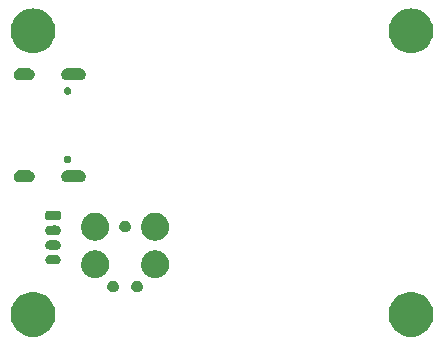
<source format=gbr>
%TF.GenerationSoftware,KiCad,Pcbnew,8.0.1*%
%TF.CreationDate,2024-04-24T20:58:42-04:00*%
%TF.ProjectId,Bluephil,426c7565-7068-4696-9c2e-6b696361645f,rev?*%
%TF.SameCoordinates,PX95ba140PY6dac2c0*%
%TF.FileFunction,Soldermask,Bot*%
%TF.FilePolarity,Negative*%
%FSLAX46Y46*%
G04 Gerber Fmt 4.6, Leading zero omitted, Abs format (unit mm)*
G04 Created by KiCad (PCBNEW 8.0.1) date 2024-04-24 20:58:42*
%MOMM*%
%LPD*%
G01*
G04 APERTURE LIST*
G04 APERTURE END LIST*
G36*
X3270398Y4880661D02*
G01*
X3535292Y4823037D01*
X3789289Y4728301D01*
X4027218Y4598382D01*
X4244235Y4435924D01*
X4435924Y4244235D01*
X4598382Y4027218D01*
X4728301Y3789289D01*
X4823037Y3535292D01*
X4880661Y3270398D01*
X4900000Y3000000D01*
X4880661Y2729602D01*
X4823037Y2464708D01*
X4728301Y2210711D01*
X4598382Y1972782D01*
X4435924Y1755765D01*
X4244235Y1564076D01*
X4027218Y1401618D01*
X3789289Y1271699D01*
X3535292Y1176963D01*
X3270398Y1119339D01*
X3000000Y1100000D01*
X2729602Y1119339D01*
X2464708Y1176963D01*
X2210711Y1271699D01*
X1972782Y1401618D01*
X1755765Y1564076D01*
X1564076Y1755765D01*
X1401618Y1972782D01*
X1271699Y2210711D01*
X1176963Y2464708D01*
X1119339Y2729602D01*
X1100000Y3000000D01*
X1119339Y3270398D01*
X1176963Y3535292D01*
X1271699Y3789289D01*
X1401618Y4027218D01*
X1564076Y4244235D01*
X1755765Y4435924D01*
X1972782Y4598382D01*
X2210711Y4728301D01*
X2464708Y4823037D01*
X2729602Y4880661D01*
X3000000Y4900000D01*
X3270398Y4880661D01*
G37*
G36*
X35270398Y4880661D02*
G01*
X35535292Y4823037D01*
X35789289Y4728301D01*
X36027218Y4598382D01*
X36244235Y4435924D01*
X36435924Y4244235D01*
X36598382Y4027218D01*
X36728301Y3789289D01*
X36823037Y3535292D01*
X36880661Y3270398D01*
X36900000Y3000000D01*
X36880661Y2729602D01*
X36823037Y2464708D01*
X36728301Y2210711D01*
X36598382Y1972782D01*
X36435924Y1755765D01*
X36244235Y1564076D01*
X36027218Y1401618D01*
X35789289Y1271699D01*
X35535292Y1176963D01*
X35270398Y1119339D01*
X35000000Y1100000D01*
X34729602Y1119339D01*
X34464708Y1176963D01*
X34210711Y1271699D01*
X33972782Y1401618D01*
X33755765Y1564076D01*
X33564076Y1755765D01*
X33401618Y1972782D01*
X33271699Y2210711D01*
X33176963Y2464708D01*
X33119339Y2729602D01*
X33100000Y3000000D01*
X33119339Y3270398D01*
X33176963Y3535292D01*
X33271699Y3789289D01*
X33401618Y4027218D01*
X33564076Y4244235D01*
X33755765Y4435924D01*
X33972782Y4598382D01*
X34210711Y4728301D01*
X34464708Y4823037D01*
X34729602Y4880661D01*
X35000000Y4900000D01*
X35270398Y4880661D01*
G37*
G36*
X9808197Y5835259D02*
G01*
X9844489Y5835259D01*
X9873986Y5826598D01*
X9902051Y5822903D01*
X9939749Y5807288D01*
X9979755Y5795541D01*
X10000871Y5781971D01*
X10021381Y5773475D01*
X10058959Y5744640D01*
X10098353Y5719323D01*
X10111052Y5704667D01*
X10123847Y5694849D01*
X10157022Y5651615D01*
X10190673Y5612779D01*
X10196334Y5600383D01*
X10202474Y5592381D01*
X10226715Y5533857D01*
X10249237Y5484542D01*
X10250350Y5476798D01*
X10251902Y5473052D01*
X10262898Y5389526D01*
X10269300Y5345000D01*
X10262897Y5300471D01*
X10251902Y5216949D01*
X10250350Y5213204D01*
X10249237Y5205458D01*
X10226713Y5156140D01*
X10202474Y5097619D01*
X10196334Y5089618D01*
X10190673Y5077221D01*
X10157023Y5038388D01*
X10123848Y4995152D01*
X10111053Y4985335D01*
X10098353Y4970677D01*
X10058954Y4945357D01*
X10021381Y4916526D01*
X10000875Y4908033D01*
X9979755Y4894459D01*
X9939741Y4882710D01*
X9902051Y4867098D01*
X9873992Y4863405D01*
X9844489Y4854741D01*
X9808189Y4854741D01*
X9774000Y4850240D01*
X9739811Y4854741D01*
X9703511Y4854741D01*
X9674008Y4863404D01*
X9645948Y4867098D01*
X9608255Y4882711D01*
X9568245Y4894459D01*
X9547125Y4908032D01*
X9526618Y4916526D01*
X9489039Y4945361D01*
X9449647Y4970677D01*
X9436948Y4985333D01*
X9424151Y4995152D01*
X9390967Y5038398D01*
X9357327Y5077221D01*
X9351667Y5089615D01*
X9345525Y5097619D01*
X9321275Y5156163D01*
X9298763Y5205458D01*
X9297649Y5213201D01*
X9296097Y5216949D01*
X9285090Y5300554D01*
X9278700Y5345000D01*
X9285089Y5389444D01*
X9296097Y5473052D01*
X9297650Y5476802D01*
X9298763Y5484542D01*
X9321273Y5533833D01*
X9345525Y5592381D01*
X9351667Y5600386D01*
X9357327Y5612779D01*
X9390963Y5651599D01*
X9424151Y5694849D01*
X9436950Y5704671D01*
X9449647Y5719323D01*
X9489035Y5744637D01*
X9526619Y5773475D01*
X9547128Y5781971D01*
X9568245Y5795541D01*
X9608247Y5807287D01*
X9645948Y5822903D01*
X9674014Y5826598D01*
X9703511Y5835259D01*
X9739803Y5835259D01*
X9774000Y5839761D01*
X9808197Y5835259D01*
G37*
G36*
X11840197Y5835259D02*
G01*
X11876489Y5835259D01*
X11905986Y5826598D01*
X11934051Y5822903D01*
X11971749Y5807288D01*
X12011755Y5795541D01*
X12032871Y5781971D01*
X12053381Y5773475D01*
X12090959Y5744640D01*
X12130353Y5719323D01*
X12143052Y5704667D01*
X12155847Y5694849D01*
X12189022Y5651615D01*
X12222673Y5612779D01*
X12228334Y5600383D01*
X12234474Y5592381D01*
X12258715Y5533857D01*
X12281237Y5484542D01*
X12282350Y5476798D01*
X12283902Y5473052D01*
X12294898Y5389526D01*
X12301300Y5345000D01*
X12294897Y5300471D01*
X12283902Y5216949D01*
X12282350Y5213204D01*
X12281237Y5205458D01*
X12258713Y5156140D01*
X12234474Y5097619D01*
X12228334Y5089618D01*
X12222673Y5077221D01*
X12189023Y5038388D01*
X12155848Y4995152D01*
X12143053Y4985335D01*
X12130353Y4970677D01*
X12090954Y4945357D01*
X12053381Y4916526D01*
X12032875Y4908033D01*
X12011755Y4894459D01*
X11971741Y4882710D01*
X11934051Y4867098D01*
X11905992Y4863405D01*
X11876489Y4854741D01*
X11840189Y4854741D01*
X11806000Y4850240D01*
X11771811Y4854741D01*
X11735511Y4854741D01*
X11706008Y4863404D01*
X11677948Y4867098D01*
X11640255Y4882711D01*
X11600245Y4894459D01*
X11579125Y4908032D01*
X11558618Y4916526D01*
X11521039Y4945361D01*
X11481647Y4970677D01*
X11468948Y4985333D01*
X11456151Y4995152D01*
X11422967Y5038398D01*
X11389327Y5077221D01*
X11383667Y5089615D01*
X11377525Y5097619D01*
X11353275Y5156163D01*
X11330763Y5205458D01*
X11329649Y5213201D01*
X11328097Y5216949D01*
X11317090Y5300554D01*
X11310700Y5345000D01*
X11317089Y5389444D01*
X11328097Y5473052D01*
X11329650Y5476802D01*
X11330763Y5484542D01*
X11353273Y5533833D01*
X11377525Y5592381D01*
X11383667Y5600386D01*
X11389327Y5612779D01*
X11422963Y5651599D01*
X11456151Y5694849D01*
X11468950Y5704671D01*
X11481647Y5719323D01*
X11521035Y5744637D01*
X11558619Y5773475D01*
X11579128Y5781971D01*
X11600245Y5795541D01*
X11640247Y5807287D01*
X11677948Y5822903D01*
X11706014Y5826598D01*
X11735511Y5835259D01*
X11771803Y5835259D01*
X11806000Y5839761D01*
X11840197Y5835259D01*
G37*
G36*
X8305171Y8432385D02*
G01*
X8359564Y8432385D01*
X8407420Y8423440D01*
X8456157Y8419175D01*
X8515983Y8403145D01*
X8574961Y8392120D01*
X8614956Y8376626D01*
X8656050Y8365615D01*
X8718261Y8336606D01*
X8779292Y8312962D01*
X8810795Y8293457D01*
X8843604Y8278157D01*
X8905494Y8234821D01*
X8965598Y8197606D01*
X8988636Y8176604D01*
X9013127Y8159455D01*
X9071708Y8100874D01*
X9127536Y8049980D01*
X9142754Y8029828D01*
X9159454Y8013128D01*
X9211548Y7938729D01*
X9259590Y7875112D01*
X9268196Y7857828D01*
X9278156Y7843604D01*
X9320569Y7752649D01*
X9357264Y7678956D01*
X9360912Y7666135D01*
X9365614Y7656051D01*
X9395236Y7545497D01*
X9417231Y7468193D01*
X9417908Y7460881D01*
X9419174Y7456158D01*
X9433169Y7296188D01*
X9437450Y7250000D01*
X9433169Y7203809D01*
X9419174Y7043843D01*
X9417908Y7039121D01*
X9417231Y7031807D01*
X9395231Y6954488D01*
X9365614Y6843950D01*
X9360912Y6833869D01*
X9357264Y6821044D01*
X9320566Y6747345D01*
X9278156Y6656396D01*
X9268196Y6642174D01*
X9259590Y6624888D01*
X9211543Y6561265D01*
X9159454Y6486873D01*
X9142757Y6470177D01*
X9127536Y6450020D01*
X9071697Y6399117D01*
X9013127Y6340546D01*
X8988641Y6323402D01*
X8965598Y6302394D01*
X8905481Y6265172D01*
X8843604Y6221844D01*
X8810801Y6206549D01*
X8779292Y6187038D01*
X8718248Y6163390D01*
X8656050Y6134386D01*
X8614964Y6123378D01*
X8574961Y6107880D01*
X8515971Y6096853D01*
X8456157Y6080826D01*
X8407430Y6076563D01*
X8359564Y6067615D01*
X8305160Y6067615D01*
X8250000Y6062789D01*
X8194840Y6067615D01*
X8140436Y6067615D01*
X8092570Y6076563D01*
X8043842Y6080826D01*
X7984025Y6096854D01*
X7925039Y6107880D01*
X7885037Y6123377D01*
X7843949Y6134386D01*
X7781745Y6163393D01*
X7720708Y6187038D01*
X7689201Y6206547D01*
X7656395Y6221844D01*
X7594509Y6265177D01*
X7534402Y6302394D01*
X7511361Y6323399D01*
X7486872Y6340546D01*
X7428291Y6399127D01*
X7372464Y6450020D01*
X7357245Y6470173D01*
X7340545Y6486873D01*
X7288442Y6561283D01*
X7240410Y6624888D01*
X7231805Y6642169D01*
X7221843Y6656396D01*
X7179418Y6747377D01*
X7142736Y6821044D01*
X7139088Y6833863D01*
X7134385Y6843950D01*
X7104751Y6954548D01*
X7082769Y7031807D01*
X7082091Y7039116D01*
X7080825Y7043843D01*
X7066812Y7204002D01*
X7062550Y7250000D01*
X7066812Y7295995D01*
X7080825Y7456158D01*
X7082091Y7460887D01*
X7082769Y7468193D01*
X7104746Y7545437D01*
X7134385Y7656051D01*
X7139089Y7666140D01*
X7142736Y7678956D01*
X7179414Y7752617D01*
X7221843Y7843604D01*
X7231805Y7857833D01*
X7240410Y7875112D01*
X7288437Y7938711D01*
X7340545Y8013128D01*
X7357248Y8029832D01*
X7372464Y8049980D01*
X7428280Y8100864D01*
X7486872Y8159455D01*
X7511365Y8176606D01*
X7534402Y8197606D01*
X7594502Y8234819D01*
X7656396Y8278157D01*
X7689205Y8293457D01*
X7720708Y8312962D01*
X7781734Y8336604D01*
X7843949Y8365615D01*
X7885045Y8376627D01*
X7925039Y8392120D01*
X7984013Y8403145D01*
X8043842Y8419175D01*
X8092580Y8423440D01*
X8140436Y8432385D01*
X8194829Y8432385D01*
X8250000Y8437212D01*
X8305171Y8432385D01*
G37*
G36*
X13385171Y8432385D02*
G01*
X13439564Y8432385D01*
X13487420Y8423440D01*
X13536157Y8419175D01*
X13595983Y8403145D01*
X13654961Y8392120D01*
X13694956Y8376626D01*
X13736050Y8365615D01*
X13798261Y8336606D01*
X13859292Y8312962D01*
X13890795Y8293457D01*
X13923604Y8278157D01*
X13985494Y8234821D01*
X14045598Y8197606D01*
X14068636Y8176604D01*
X14093127Y8159455D01*
X14151708Y8100874D01*
X14207536Y8049980D01*
X14222754Y8029828D01*
X14239454Y8013128D01*
X14291548Y7938729D01*
X14339590Y7875112D01*
X14348196Y7857828D01*
X14358156Y7843604D01*
X14400569Y7752649D01*
X14437264Y7678956D01*
X14440912Y7666135D01*
X14445614Y7656051D01*
X14475236Y7545497D01*
X14497231Y7468193D01*
X14497908Y7460881D01*
X14499174Y7456158D01*
X14513169Y7296188D01*
X14517450Y7250000D01*
X14513169Y7203809D01*
X14499174Y7043843D01*
X14497908Y7039121D01*
X14497231Y7031807D01*
X14475231Y6954488D01*
X14445614Y6843950D01*
X14440912Y6833869D01*
X14437264Y6821044D01*
X14400566Y6747345D01*
X14358156Y6656396D01*
X14348196Y6642174D01*
X14339590Y6624888D01*
X14291543Y6561265D01*
X14239454Y6486873D01*
X14222757Y6470177D01*
X14207536Y6450020D01*
X14151697Y6399117D01*
X14093127Y6340546D01*
X14068641Y6323402D01*
X14045598Y6302394D01*
X13985481Y6265172D01*
X13923604Y6221844D01*
X13890801Y6206549D01*
X13859292Y6187038D01*
X13798248Y6163390D01*
X13736050Y6134386D01*
X13694964Y6123378D01*
X13654961Y6107880D01*
X13595971Y6096853D01*
X13536157Y6080826D01*
X13487430Y6076563D01*
X13439564Y6067615D01*
X13385160Y6067615D01*
X13330000Y6062789D01*
X13274840Y6067615D01*
X13220436Y6067615D01*
X13172570Y6076563D01*
X13123842Y6080826D01*
X13064025Y6096854D01*
X13005039Y6107880D01*
X12965037Y6123377D01*
X12923949Y6134386D01*
X12861745Y6163393D01*
X12800708Y6187038D01*
X12769201Y6206547D01*
X12736395Y6221844D01*
X12674509Y6265177D01*
X12614402Y6302394D01*
X12591361Y6323399D01*
X12566872Y6340546D01*
X12508291Y6399127D01*
X12452464Y6450020D01*
X12437245Y6470173D01*
X12420545Y6486873D01*
X12368442Y6561283D01*
X12320410Y6624888D01*
X12311805Y6642169D01*
X12301843Y6656396D01*
X12259418Y6747377D01*
X12222736Y6821044D01*
X12219088Y6833863D01*
X12214385Y6843950D01*
X12184751Y6954548D01*
X12162769Y7031807D01*
X12162091Y7039116D01*
X12160825Y7043843D01*
X12146812Y7204002D01*
X12142550Y7250000D01*
X12146812Y7295995D01*
X12160825Y7456158D01*
X12162091Y7460887D01*
X12162769Y7468193D01*
X12184746Y7545437D01*
X12214385Y7656051D01*
X12219089Y7666140D01*
X12222736Y7678956D01*
X12259414Y7752617D01*
X12301843Y7843604D01*
X12311805Y7857833D01*
X12320410Y7875112D01*
X12368437Y7938711D01*
X12420545Y8013128D01*
X12437248Y8029832D01*
X12452464Y8049980D01*
X12508280Y8100864D01*
X12566872Y8159455D01*
X12591365Y8176606D01*
X12614402Y8197606D01*
X12674502Y8234819D01*
X12736396Y8278157D01*
X12769205Y8293457D01*
X12800708Y8312962D01*
X12861734Y8336604D01*
X12923949Y8365615D01*
X12965045Y8376627D01*
X13005039Y8392120D01*
X13064013Y8403145D01*
X13123842Y8419175D01*
X13172580Y8423440D01*
X13220436Y8432385D01*
X13274829Y8432385D01*
X13330000Y8437212D01*
X13385171Y8432385D01*
G37*
G36*
X5002210Y8021578D02*
G01*
X5103073Y7994552D01*
X5193505Y7942341D01*
X5267341Y7868505D01*
X5319552Y7778073D01*
X5346578Y7677210D01*
X5346578Y7572790D01*
X5319552Y7471927D01*
X5267341Y7381495D01*
X5193505Y7307659D01*
X5103073Y7255448D01*
X5002210Y7228422D01*
X4450000Y7225000D01*
X4397790Y7228422D01*
X4296927Y7255448D01*
X4206495Y7307659D01*
X4132659Y7381495D01*
X4080448Y7471927D01*
X4053422Y7572790D01*
X4053422Y7677210D01*
X4080448Y7778073D01*
X4132659Y7868505D01*
X4206495Y7942341D01*
X4296927Y7994552D01*
X4397790Y8021578D01*
X4950000Y8025000D01*
X5002210Y8021578D01*
G37*
G36*
X5002210Y9271578D02*
G01*
X5103073Y9244552D01*
X5193505Y9192341D01*
X5267341Y9118505D01*
X5319552Y9028073D01*
X5346578Y8927210D01*
X5346578Y8822790D01*
X5319552Y8721927D01*
X5267341Y8631495D01*
X5193505Y8557659D01*
X5103073Y8505448D01*
X5002210Y8478422D01*
X4450000Y8475000D01*
X4397790Y8478422D01*
X4296927Y8505448D01*
X4206495Y8557659D01*
X4132659Y8631495D01*
X4080448Y8721927D01*
X4053422Y8822790D01*
X4053422Y8927210D01*
X4080448Y9028073D01*
X4132659Y9118505D01*
X4206495Y9192341D01*
X4296927Y9244552D01*
X4397790Y9271578D01*
X4950000Y9275000D01*
X5002210Y9271578D01*
G37*
G36*
X8305171Y11607385D02*
G01*
X8359564Y11607385D01*
X8407420Y11598440D01*
X8456157Y11594175D01*
X8515983Y11578145D01*
X8574961Y11567120D01*
X8614956Y11551626D01*
X8656050Y11540615D01*
X8718261Y11511606D01*
X8779292Y11487962D01*
X8810795Y11468457D01*
X8843604Y11453157D01*
X8905494Y11409821D01*
X8965598Y11372606D01*
X8988636Y11351604D01*
X9013127Y11334455D01*
X9071708Y11275874D01*
X9127536Y11224980D01*
X9142754Y11204828D01*
X9159454Y11188128D01*
X9211548Y11113729D01*
X9259590Y11050112D01*
X9268196Y11032828D01*
X9278156Y11018604D01*
X9320569Y10927649D01*
X9357264Y10853956D01*
X9360912Y10841135D01*
X9365614Y10831051D01*
X9395236Y10720497D01*
X9417231Y10643193D01*
X9417908Y10635881D01*
X9419174Y10631158D01*
X9433169Y10471188D01*
X9437450Y10425000D01*
X9433169Y10378809D01*
X9419174Y10218843D01*
X9417908Y10214121D01*
X9417231Y10206807D01*
X9395231Y10129488D01*
X9365614Y10018950D01*
X9360912Y10008869D01*
X9357264Y9996044D01*
X9320566Y9922345D01*
X9278156Y9831396D01*
X9268196Y9817174D01*
X9259590Y9799888D01*
X9211543Y9736265D01*
X9159454Y9661873D01*
X9142757Y9645177D01*
X9127536Y9625020D01*
X9071697Y9574117D01*
X9013127Y9515546D01*
X8988641Y9498402D01*
X8965598Y9477394D01*
X8905481Y9440172D01*
X8843604Y9396844D01*
X8810801Y9381549D01*
X8779292Y9362038D01*
X8718248Y9338390D01*
X8656050Y9309386D01*
X8614964Y9298378D01*
X8574961Y9282880D01*
X8515971Y9271853D01*
X8456157Y9255826D01*
X8407430Y9251563D01*
X8359564Y9242615D01*
X8305160Y9242615D01*
X8250000Y9237789D01*
X8194840Y9242615D01*
X8140436Y9242615D01*
X8092570Y9251563D01*
X8043842Y9255826D01*
X7984025Y9271854D01*
X7925039Y9282880D01*
X7885037Y9298377D01*
X7843949Y9309386D01*
X7781745Y9338393D01*
X7720708Y9362038D01*
X7689201Y9381547D01*
X7656395Y9396844D01*
X7594509Y9440177D01*
X7534402Y9477394D01*
X7511361Y9498399D01*
X7486872Y9515546D01*
X7428291Y9574127D01*
X7372464Y9625020D01*
X7357245Y9645173D01*
X7340545Y9661873D01*
X7288442Y9736283D01*
X7240410Y9799888D01*
X7231805Y9817169D01*
X7221843Y9831396D01*
X7179418Y9922377D01*
X7142736Y9996044D01*
X7139088Y10008863D01*
X7134385Y10018950D01*
X7104751Y10129548D01*
X7082769Y10206807D01*
X7082091Y10214116D01*
X7080825Y10218843D01*
X7066812Y10379002D01*
X7062550Y10425000D01*
X7066812Y10470995D01*
X7080825Y10631158D01*
X7082091Y10635887D01*
X7082769Y10643193D01*
X7104746Y10720437D01*
X7134385Y10831051D01*
X7139089Y10841140D01*
X7142736Y10853956D01*
X7179414Y10927617D01*
X7221843Y11018604D01*
X7231805Y11032833D01*
X7240410Y11050112D01*
X7288437Y11113711D01*
X7340545Y11188128D01*
X7357248Y11204832D01*
X7372464Y11224980D01*
X7428280Y11275864D01*
X7486872Y11334455D01*
X7511365Y11351606D01*
X7534402Y11372606D01*
X7594502Y11409819D01*
X7656396Y11453157D01*
X7689205Y11468457D01*
X7720708Y11487962D01*
X7781734Y11511604D01*
X7843949Y11540615D01*
X7885045Y11551627D01*
X7925039Y11567120D01*
X7984013Y11578145D01*
X8043842Y11594175D01*
X8092580Y11598440D01*
X8140436Y11607385D01*
X8194829Y11607385D01*
X8250000Y11612212D01*
X8305171Y11607385D01*
G37*
G36*
X13385171Y11607385D02*
G01*
X13439564Y11607385D01*
X13487420Y11598440D01*
X13536157Y11594175D01*
X13595983Y11578145D01*
X13654961Y11567120D01*
X13694956Y11551626D01*
X13736050Y11540615D01*
X13798261Y11511606D01*
X13859292Y11487962D01*
X13890795Y11468457D01*
X13923604Y11453157D01*
X13985494Y11409821D01*
X14045598Y11372606D01*
X14068636Y11351604D01*
X14093127Y11334455D01*
X14151708Y11275874D01*
X14207536Y11224980D01*
X14222754Y11204828D01*
X14239454Y11188128D01*
X14291548Y11113729D01*
X14339590Y11050112D01*
X14348196Y11032828D01*
X14358156Y11018604D01*
X14400569Y10927649D01*
X14437264Y10853956D01*
X14440912Y10841135D01*
X14445614Y10831051D01*
X14475236Y10720497D01*
X14497231Y10643193D01*
X14497908Y10635881D01*
X14499174Y10631158D01*
X14513169Y10471188D01*
X14517450Y10425000D01*
X14513169Y10378809D01*
X14499174Y10218843D01*
X14497908Y10214121D01*
X14497231Y10206807D01*
X14475231Y10129488D01*
X14445614Y10018950D01*
X14440912Y10008869D01*
X14437264Y9996044D01*
X14400566Y9922345D01*
X14358156Y9831396D01*
X14348196Y9817174D01*
X14339590Y9799888D01*
X14291543Y9736265D01*
X14239454Y9661873D01*
X14222757Y9645177D01*
X14207536Y9625020D01*
X14151697Y9574117D01*
X14093127Y9515546D01*
X14068641Y9498402D01*
X14045598Y9477394D01*
X13985481Y9440172D01*
X13923604Y9396844D01*
X13890801Y9381549D01*
X13859292Y9362038D01*
X13798248Y9338390D01*
X13736050Y9309386D01*
X13694964Y9298378D01*
X13654961Y9282880D01*
X13595971Y9271853D01*
X13536157Y9255826D01*
X13487430Y9251563D01*
X13439564Y9242615D01*
X13385160Y9242615D01*
X13330000Y9237789D01*
X13274840Y9242615D01*
X13220436Y9242615D01*
X13172570Y9251563D01*
X13123842Y9255826D01*
X13064025Y9271854D01*
X13005039Y9282880D01*
X12965037Y9298377D01*
X12923949Y9309386D01*
X12861745Y9338393D01*
X12800708Y9362038D01*
X12769201Y9381547D01*
X12736395Y9396844D01*
X12674509Y9440177D01*
X12614402Y9477394D01*
X12591361Y9498399D01*
X12566872Y9515546D01*
X12508291Y9574127D01*
X12452464Y9625020D01*
X12437245Y9645173D01*
X12420545Y9661873D01*
X12368442Y9736283D01*
X12320410Y9799888D01*
X12311805Y9817169D01*
X12301843Y9831396D01*
X12259418Y9922377D01*
X12222736Y9996044D01*
X12219088Y10008863D01*
X12214385Y10018950D01*
X12184751Y10129548D01*
X12162769Y10206807D01*
X12162091Y10214116D01*
X12160825Y10218843D01*
X12146812Y10379002D01*
X12142550Y10425000D01*
X12146812Y10470995D01*
X12160825Y10631158D01*
X12162091Y10635887D01*
X12162769Y10643193D01*
X12184746Y10720437D01*
X12214385Y10831051D01*
X12219089Y10841140D01*
X12222736Y10853956D01*
X12259414Y10927617D01*
X12301843Y11018604D01*
X12311805Y11032833D01*
X12320410Y11050112D01*
X12368437Y11113711D01*
X12420545Y11188128D01*
X12437248Y11204832D01*
X12452464Y11224980D01*
X12508280Y11275864D01*
X12566872Y11334455D01*
X12591365Y11351606D01*
X12614402Y11372606D01*
X12674502Y11409819D01*
X12736396Y11453157D01*
X12769205Y11468457D01*
X12800708Y11487962D01*
X12861734Y11511604D01*
X12923949Y11540615D01*
X12965045Y11551627D01*
X13005039Y11567120D01*
X13064013Y11578145D01*
X13123842Y11594175D01*
X13172580Y11598440D01*
X13220436Y11607385D01*
X13274829Y11607385D01*
X13330000Y11612212D01*
X13385171Y11607385D01*
G37*
G36*
X5002210Y10521578D02*
G01*
X5103073Y10494552D01*
X5193505Y10442341D01*
X5267341Y10368505D01*
X5319552Y10278073D01*
X5346578Y10177210D01*
X5346578Y10072790D01*
X5319552Y9971927D01*
X5267341Y9881495D01*
X5193505Y9807659D01*
X5103073Y9755448D01*
X5002210Y9728422D01*
X4450000Y9725000D01*
X4397790Y9728422D01*
X4296927Y9755448D01*
X4206495Y9807659D01*
X4132659Y9881495D01*
X4080448Y9971927D01*
X4053422Y10072790D01*
X4053422Y10177210D01*
X4080448Y10278073D01*
X4132659Y10368505D01*
X4206495Y10442341D01*
X4296927Y10494552D01*
X4397790Y10521578D01*
X4950000Y10525000D01*
X5002210Y10521578D01*
G37*
G36*
X10824197Y10915259D02*
G01*
X10860489Y10915259D01*
X10889986Y10906598D01*
X10918051Y10902903D01*
X10955749Y10887288D01*
X10995755Y10875541D01*
X11016871Y10861971D01*
X11037381Y10853475D01*
X11074959Y10824640D01*
X11114353Y10799323D01*
X11127052Y10784667D01*
X11139847Y10774849D01*
X11173022Y10731615D01*
X11206673Y10692779D01*
X11212334Y10680383D01*
X11218474Y10672381D01*
X11242715Y10613857D01*
X11265237Y10564542D01*
X11266350Y10556798D01*
X11267902Y10553052D01*
X11278898Y10469526D01*
X11285300Y10425000D01*
X11278897Y10380471D01*
X11267902Y10296949D01*
X11266350Y10293204D01*
X11265237Y10285458D01*
X11242713Y10236140D01*
X11218474Y10177619D01*
X11212334Y10169618D01*
X11206673Y10157221D01*
X11173023Y10118388D01*
X11139848Y10075152D01*
X11127053Y10065335D01*
X11114353Y10050677D01*
X11074954Y10025357D01*
X11037381Y9996526D01*
X11016875Y9988033D01*
X10995755Y9974459D01*
X10955741Y9962710D01*
X10918051Y9947098D01*
X10889992Y9943405D01*
X10860489Y9934741D01*
X10824189Y9934741D01*
X10790000Y9930240D01*
X10755811Y9934741D01*
X10719511Y9934741D01*
X10690008Y9943404D01*
X10661948Y9947098D01*
X10624255Y9962711D01*
X10584245Y9974459D01*
X10563125Y9988032D01*
X10542618Y9996526D01*
X10505039Y10025361D01*
X10465647Y10050677D01*
X10452948Y10065333D01*
X10440151Y10075152D01*
X10406967Y10118398D01*
X10373327Y10157221D01*
X10367667Y10169615D01*
X10361525Y10177619D01*
X10337275Y10236163D01*
X10314763Y10285458D01*
X10313649Y10293201D01*
X10312097Y10296949D01*
X10301090Y10380554D01*
X10294700Y10425000D01*
X10301089Y10469444D01*
X10312097Y10553052D01*
X10313650Y10556802D01*
X10314763Y10564542D01*
X10337273Y10613833D01*
X10361525Y10672381D01*
X10367667Y10680386D01*
X10373327Y10692779D01*
X10406963Y10731599D01*
X10440151Y10774849D01*
X10452950Y10784671D01*
X10465647Y10799323D01*
X10505035Y10824637D01*
X10542619Y10853475D01*
X10563128Y10861971D01*
X10584245Y10875541D01*
X10624247Y10887287D01*
X10661948Y10902903D01*
X10690014Y10906598D01*
X10719511Y10915259D01*
X10755803Y10915259D01*
X10790000Y10919761D01*
X10824197Y10915259D01*
G37*
G36*
X5226537Y11759776D02*
G01*
X5291421Y11716421D01*
X5334776Y11651537D01*
X5350000Y11575000D01*
X5350000Y11175000D01*
X5334776Y11098463D01*
X5291421Y11033579D01*
X5226537Y10990224D01*
X5150000Y10975000D01*
X4250000Y10975000D01*
X4173463Y10990224D01*
X4108579Y11033579D01*
X4065224Y11098463D01*
X4050000Y11175000D01*
X4050000Y11575000D01*
X4065224Y11651537D01*
X4108579Y11716421D01*
X4173463Y11759776D01*
X4250000Y11775000D01*
X5150000Y11775000D01*
X5226537Y11759776D01*
G37*
G36*
X2710263Y15183722D02*
G01*
X2836342Y15149940D01*
X2949381Y15084677D01*
X3041677Y14992381D01*
X3106940Y14879342D01*
X3140722Y14753263D01*
X3140722Y14622737D01*
X3106940Y14496658D01*
X3041677Y14383619D01*
X2949381Y14291323D01*
X2836342Y14226060D01*
X2710263Y14192278D01*
X1845000Y14188000D01*
X1779737Y14192278D01*
X1653658Y14226060D01*
X1540619Y14291323D01*
X1448323Y14383619D01*
X1383060Y14496658D01*
X1349278Y14622737D01*
X1349278Y14753263D01*
X1383060Y14879342D01*
X1448323Y14992381D01*
X1540619Y15084677D01*
X1653658Y15149940D01*
X1779737Y15183722D01*
X2645000Y15188000D01*
X2710263Y15183722D01*
G37*
G36*
X7040263Y15183722D02*
G01*
X7166342Y15149940D01*
X7279381Y15084677D01*
X7371677Y14992381D01*
X7436940Y14879342D01*
X7470722Y14753263D01*
X7470722Y14622737D01*
X7436940Y14496658D01*
X7371677Y14383619D01*
X7279381Y14291323D01*
X7166342Y14226060D01*
X7040263Y14192278D01*
X5875000Y14188000D01*
X5809737Y14192278D01*
X5683658Y14226060D01*
X5570619Y14291323D01*
X5478323Y14383619D01*
X5413060Y14496658D01*
X5379278Y14622737D01*
X5379278Y14753263D01*
X5413060Y14879342D01*
X5478323Y14992381D01*
X5570619Y15084677D01*
X5683658Y15149940D01*
X5809737Y15183722D01*
X6972947Y15187993D01*
X6973078Y15187993D01*
X6975000Y15188000D01*
X7040263Y15183722D01*
G37*
G36*
X5951252Y16438063D02*
G01*
X5981436Y16438063D01*
X6004689Y16429600D01*
X6025191Y16426352D01*
X6054148Y16411598D01*
X6087500Y16399458D01*
X6102229Y16387099D01*
X6115574Y16380299D01*
X6142907Y16352966D01*
X6173964Y16326906D01*
X6180790Y16315083D01*
X6187298Y16308575D01*
X6207960Y16268023D01*
X6230400Y16229157D01*
X6231794Y16221246D01*
X6233351Y16218192D01*
X6242334Y16161476D01*
X6250000Y16118000D01*
X6242333Y16074522D01*
X6233351Y16017809D01*
X6231795Y16014756D01*
X6230400Y16006843D01*
X6207956Y15967971D01*
X6187298Y15927426D01*
X6180791Y15920920D01*
X6173964Y15909094D01*
X6142901Y15883030D01*
X6115574Y15855702D01*
X6102232Y15848905D01*
X6087500Y15836542D01*
X6054141Y15824401D01*
X6025191Y15809649D01*
X6004694Y15806403D01*
X5981436Y15797937D01*
X5951246Y15797937D01*
X5925000Y15793780D01*
X5898754Y15797937D01*
X5868564Y15797937D01*
X5845306Y15806403D01*
X5824808Y15809649D01*
X5795854Y15824402D01*
X5762500Y15836542D01*
X5747768Y15848903D01*
X5734425Y15855702D01*
X5707092Y15883035D01*
X5676036Y15909094D01*
X5669209Y15920918D01*
X5662701Y15927426D01*
X5642034Y15967986D01*
X5619600Y16006843D01*
X5618205Y16014753D01*
X5616648Y16017809D01*
X5607656Y16074577D01*
X5600000Y16118000D01*
X5607656Y16161420D01*
X5616648Y16218192D01*
X5618205Y16221249D01*
X5619600Y16229157D01*
X5642030Y16268008D01*
X5662701Y16308575D01*
X5669211Y16315086D01*
X5676036Y16326906D01*
X5707086Y16352961D01*
X5734425Y16380299D01*
X5747771Y16387100D01*
X5762500Y16399458D01*
X5795847Y16411596D01*
X5824808Y16426352D01*
X5845310Y16429600D01*
X5868564Y16438063D01*
X5898748Y16438063D01*
X5925000Y16442221D01*
X5951252Y16438063D01*
G37*
G36*
X5951252Y22218063D02*
G01*
X5981436Y22218063D01*
X6004689Y22209600D01*
X6025191Y22206352D01*
X6054148Y22191598D01*
X6087500Y22179458D01*
X6102229Y22167099D01*
X6115574Y22160299D01*
X6142907Y22132966D01*
X6173964Y22106906D01*
X6180790Y22095083D01*
X6187298Y22088575D01*
X6207960Y22048023D01*
X6230400Y22009157D01*
X6231794Y22001246D01*
X6233351Y21998192D01*
X6242334Y21941476D01*
X6250000Y21898000D01*
X6242333Y21854522D01*
X6233351Y21797809D01*
X6231795Y21794756D01*
X6230400Y21786843D01*
X6207956Y21747971D01*
X6187298Y21707426D01*
X6180791Y21700920D01*
X6173964Y21689094D01*
X6142901Y21663030D01*
X6115574Y21635702D01*
X6102232Y21628905D01*
X6087500Y21616542D01*
X6054141Y21604401D01*
X6025191Y21589649D01*
X6004694Y21586403D01*
X5981436Y21577937D01*
X5951246Y21577937D01*
X5925000Y21573780D01*
X5898754Y21577937D01*
X5868564Y21577937D01*
X5845306Y21586403D01*
X5824808Y21589649D01*
X5795854Y21604402D01*
X5762500Y21616542D01*
X5747768Y21628903D01*
X5734425Y21635702D01*
X5707092Y21663035D01*
X5676036Y21689094D01*
X5669209Y21700918D01*
X5662701Y21707426D01*
X5642034Y21747986D01*
X5619600Y21786843D01*
X5618205Y21794753D01*
X5616648Y21797809D01*
X5607656Y21854577D01*
X5600000Y21898000D01*
X5607656Y21941420D01*
X5616648Y21998192D01*
X5618205Y22001249D01*
X5619600Y22009157D01*
X5642030Y22048008D01*
X5662701Y22088575D01*
X5669211Y22095086D01*
X5676036Y22106906D01*
X5707086Y22132961D01*
X5734425Y22160299D01*
X5747771Y22167100D01*
X5762500Y22179458D01*
X5795847Y22191596D01*
X5824808Y22206352D01*
X5845310Y22209600D01*
X5868564Y22218063D01*
X5898748Y22218063D01*
X5925000Y22222221D01*
X5951252Y22218063D01*
G37*
G36*
X2710263Y23823722D02*
G01*
X2836342Y23789940D01*
X2949381Y23724677D01*
X3041677Y23632381D01*
X3106940Y23519342D01*
X3140722Y23393263D01*
X3140722Y23262737D01*
X3106940Y23136658D01*
X3041677Y23023619D01*
X2949381Y22931323D01*
X2836342Y22866060D01*
X2710263Y22832278D01*
X1845000Y22828000D01*
X1779737Y22832278D01*
X1653658Y22866060D01*
X1540619Y22931323D01*
X1448323Y23023619D01*
X1383060Y23136658D01*
X1349278Y23262737D01*
X1349278Y23393263D01*
X1383060Y23519342D01*
X1448323Y23632381D01*
X1540619Y23724677D01*
X1653658Y23789940D01*
X1779737Y23823722D01*
X2645000Y23828000D01*
X2710263Y23823722D01*
G37*
G36*
X7040263Y23823722D02*
G01*
X7166342Y23789940D01*
X7279381Y23724677D01*
X7371677Y23632381D01*
X7436940Y23519342D01*
X7470722Y23393263D01*
X7470722Y23262737D01*
X7436940Y23136658D01*
X7371677Y23023619D01*
X7279381Y22931323D01*
X7166342Y22866060D01*
X7040263Y22832278D01*
X5875000Y22828000D01*
X5809737Y22832278D01*
X5683658Y22866060D01*
X5570619Y22931323D01*
X5478323Y23023619D01*
X5413060Y23136658D01*
X5379278Y23262737D01*
X5379278Y23393263D01*
X5413060Y23519342D01*
X5478323Y23632381D01*
X5570619Y23724677D01*
X5683658Y23789940D01*
X5809737Y23823722D01*
X6972947Y23827993D01*
X6973078Y23827993D01*
X6975000Y23828000D01*
X7040263Y23823722D01*
G37*
G36*
X3270398Y28880661D02*
G01*
X3535292Y28823037D01*
X3789289Y28728301D01*
X4027218Y28598382D01*
X4244235Y28435924D01*
X4435924Y28244235D01*
X4598382Y28027218D01*
X4728301Y27789289D01*
X4823037Y27535292D01*
X4880661Y27270398D01*
X4900000Y27000000D01*
X4880661Y26729602D01*
X4823037Y26464708D01*
X4728301Y26210711D01*
X4598382Y25972782D01*
X4435924Y25755765D01*
X4244235Y25564076D01*
X4027218Y25401618D01*
X3789289Y25271699D01*
X3535292Y25176963D01*
X3270398Y25119339D01*
X3000000Y25100000D01*
X2729602Y25119339D01*
X2464708Y25176963D01*
X2210711Y25271699D01*
X1972782Y25401618D01*
X1755765Y25564076D01*
X1564076Y25755765D01*
X1401618Y25972782D01*
X1271699Y26210711D01*
X1176963Y26464708D01*
X1119339Y26729602D01*
X1100000Y27000000D01*
X1119339Y27270398D01*
X1176963Y27535292D01*
X1271699Y27789289D01*
X1401618Y28027218D01*
X1564076Y28244235D01*
X1755765Y28435924D01*
X1972782Y28598382D01*
X2210711Y28728301D01*
X2464708Y28823037D01*
X2729602Y28880661D01*
X3000000Y28900000D01*
X3270398Y28880661D01*
G37*
G36*
X35270398Y28880661D02*
G01*
X35535292Y28823037D01*
X35789289Y28728301D01*
X36027218Y28598382D01*
X36244235Y28435924D01*
X36435924Y28244235D01*
X36598382Y28027218D01*
X36728301Y27789289D01*
X36823037Y27535292D01*
X36880661Y27270398D01*
X36900000Y27000000D01*
X36880661Y26729602D01*
X36823037Y26464708D01*
X36728301Y26210711D01*
X36598382Y25972782D01*
X36435924Y25755765D01*
X36244235Y25564076D01*
X36027218Y25401618D01*
X35789289Y25271699D01*
X35535292Y25176963D01*
X35270398Y25119339D01*
X35000000Y25100000D01*
X34729602Y25119339D01*
X34464708Y25176963D01*
X34210711Y25271699D01*
X33972782Y25401618D01*
X33755765Y25564076D01*
X33564076Y25755765D01*
X33401618Y25972782D01*
X33271699Y26210711D01*
X33176963Y26464708D01*
X33119339Y26729602D01*
X33100000Y27000000D01*
X33119339Y27270398D01*
X33176963Y27535292D01*
X33271699Y27789289D01*
X33401618Y28027218D01*
X33564076Y28244235D01*
X33755765Y28435924D01*
X33972782Y28598382D01*
X34210711Y28728301D01*
X34464708Y28823037D01*
X34729602Y28880661D01*
X35000000Y28900000D01*
X35270398Y28880661D01*
G37*
M02*

</source>
